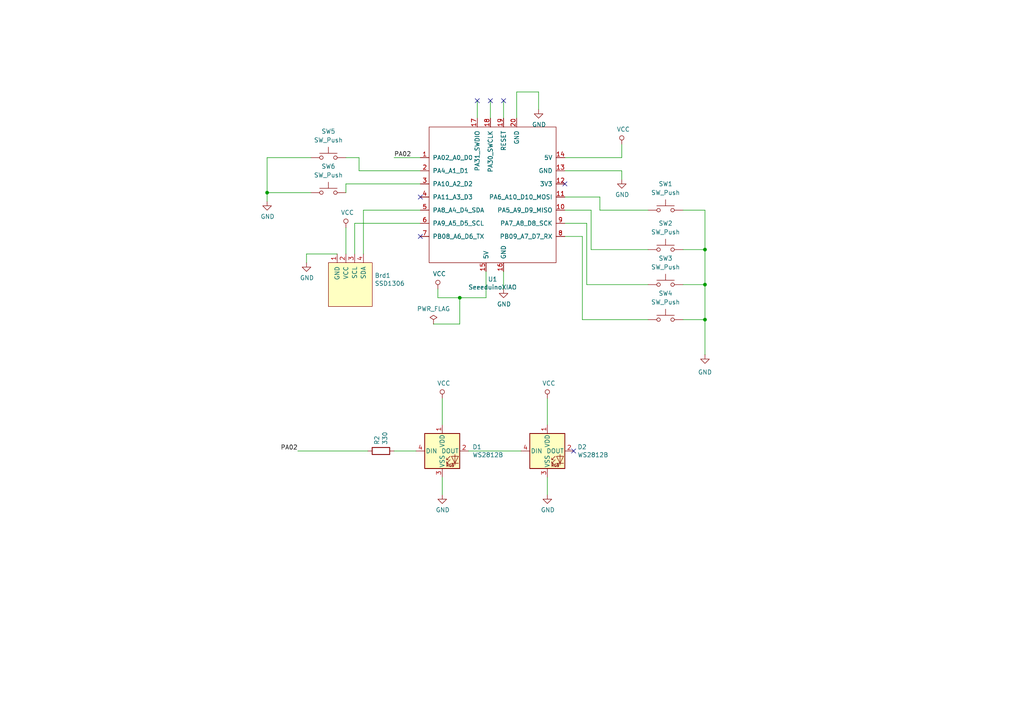
<source format=kicad_sch>
(kicad_sch (version 20231120) (generator "eeschema") (generator_version "8.0")
  (paper "A4")
  (lib_symbols
    (symbol "Device:R" (pin_numbers hide) (pin_names (offset 0))
      (property "Reference" "R" (at 2.032 0 90))
      (property "Value" "R" (at 0 0 90))
      (symbol "R_0_1"
        (rectangle (start -1.016 -2.54) (end 1.016 2.54) (stroke (width 0.254)))
      )
      (symbol "R_1_1"
        (pin passive line (at 0 3.81 270) (length 1.27) (name "~") (number "1"))
        (pin passive line (at 0 -3.81 90) (length 1.27) (name "~") (number "2"))
      )
    )
    (symbol "LED:WS2812B" (pin_names (offset 0.254))
      (property "Reference" "D" (at 5.08 5.715 0))
      (property "Value" "WS2812B" (at 1.27 -5.715 0))
      (symbol "WS2812B_0_0"
        (text "RGB" (at 2.286 -4.191 0) (effects (font (size 0.762 0.762))))
      )
      (symbol "WS2812B_0_1"
        (polyline (pts (xy 1.27 -3.556) (xy 1.778 -3.556)))
        (polyline (pts (xy 1.27 -2.54) (xy 1.778 -2.54)))
        (polyline (pts (xy 4.699 -3.556) (xy 2.667 -3.556)))
        (polyline (pts (xy 2.286 -2.54) (xy 1.27 -3.556) (xy 1.27 -3.048)))
        (polyline (pts (xy 2.286 -1.524) (xy 1.27 -2.54) (xy 1.27 -2.032)))
        (polyline (pts (xy 3.683 -1.016) (xy 3.683 -3.556) (xy 3.683 -4.064)))
        (polyline (pts (xy 4.699 -1.524) (xy 2.667 -1.524) (xy 3.683 -3.556) (xy 4.699 -1.524)))
        (rectangle (start 5.08 5.08) (end -5.08 -5.08) (stroke (width 0.254)) (fill (type background)))
      )
      (symbol "WS2812B_1_1"
        (pin power_in line (at 0 7.62 270) (length 2.54) (name "VDD") (number "1"))
        (pin output line (at 7.62 0 180) (length 2.54) (name "DOUT") (number "2"))
        (pin power_in line (at 0 -7.62 90) (length 2.54) (name "VSS") (number "3"))
        (pin input line (at -7.62 0 0) (length 2.54) (name "DIN") (number "4"))
      )
    )
    (symbol "Switch:SW_Push" (pin_numbers hide) (pin_names (offset 1.016) hide)
      (property "Reference" "SW" (at 1.27 2.54 0))
      (property "Value" "SW_Push" (at 0 -1.524 0))
      (symbol "SW_Push_0_1"
        (circle (center -2.032 0) (radius 0.508))
        (polyline (pts (xy 0 1.27) (xy 0 3.048)))
        (polyline (pts (xy 2.54 1.27) (xy -2.54 1.27)))
        (circle (center 2.032 0) (radius 0.508))
        (pin passive line (at -5.08 0 0) (length 2.54) (name "1") (number "1"))
        (pin passive line (at 5.08 0 180) (length 2.54) (name "2") (number "2"))
      )
    )
    (symbol "gopher_pilot_xiao_sw-rescue:GND-power" (power) (pin_names (offset 0))
      (property "Value" "power_GND" (at 0 -3.81 0))
      (symbol "GND-power_0_1"
        (polyline (pts (xy 0 0) (xy 0 -1.27) (xy 1.27 -1.27) (xy 0 -2.54) (xy -1.27 -1.27) (xy 0 -1.27)))
      )
      (symbol "GND-power_1_1"
        (pin power_in line (at 0 0 270) (length 0) hide (name "GND") (number "1"))
      )
    )
    (symbol "gopher_pilot_xiao_sw-rescue:PWR_FLAG-power" (power) (pin_numbers hide) (pin_names (offset 0) hide)
      (property "Value" "power_PWR_FLAG" (at 0 3.81 0))
      (symbol "PWR_FLAG-power_0_0"
        (pin power_out line (at 0 0 90) (length 0) (name "pwr") (number "1"))
      )
      (symbol "PWR_FLAG-power_0_1"
        (polyline (pts (xy 0 0) (xy 0 1.27) (xy -1.016 1.905) (xy 0 2.54) (xy 1.016 1.905) (xy 0 1.27)))
      )
    )
    (symbol "gopher_pilot_xiao_sw-rescue:SSD1306-SSD1306" (pin_names (offset 1.016))
      (property "Reference" "Brd" (at 0 -3.81 0))
      (property "Value" "SSD1306_SSD1306" (at 0 -1.27 0))
      (symbol "SSD1306-SSD1306_0_1"
        (rectangle (start -6.35 6.35) (end 6.35 -6.35) (fill (type background)))
      )
      (symbol "SSD1306-SSD1306_1_1"
        (pin input line (at -3.81 8.89 270) (length 2.54) (name "GND") (number "1"))
        (pin input line (at -1.27 8.89 270) (length 2.54) (name "VCC") (number "2"))
        (pin input line (at 1.27 8.89 270) (length 2.54) (name "SCL") (number "3"))
        (pin input line (at 3.81 8.89 270) (length 2.54) (name "SDA") (number "4"))
      )
    )
    (symbol "gopher_pilot_xiao_sw-rescue:SeeeduinoXIAO-SeedXIAO" (pin_names (offset 1.016))
      (property "Reference" "U" (at -19.05 22.86 0))
      (property "Value" "SeedXIAO_SeeeduinoXIAO" (at -12.7 21.59 0))
      (symbol "SeeeduinoXIAO-SeedXIAO_0_1"
        (rectangle (start -19.05 20.32) (end 17.78 -19.05))
      )
      (symbol "SeeeduinoXIAO-SeedXIAO_1_1"
        (pin unspecified line (at -21.59 11.43 0) (length 2.54) (name "PA02_A0_D0") (number "1"))
        (pin unspecified line (at 20.32 -3.81 180) (length 2.54) (name "PA5_A9_D9_MISO") (number "10"))
        (pin unspecified line (at 20.32 0 180) (length 2.54) (name "PA6_A10_D10_MOSI") (number "11"))
        (pin unspecified line (at 20.32 3.81 180) (length 2.54) (name "3V3") (number "12"))
        (pin unspecified line (at 20.32 7.62 180) (length 2.54) (name "GND") (number "13"))
        (pin unspecified line (at 20.32 11.43 180) (length 2.54) (name "5V") (number "14"))
        (pin input line (at -2.54 -21.59 90) (length 2.54) (name "5V") (number "15"))
        (pin input line (at 2.54 -21.59 90) (length 2.54) (name "GND") (number "16"))
        (pin input line (at -5.08 22.86 270) (length 2.54) (name "PA31_SWDIO") (number "17"))
        (pin input line (at -1.27 22.86 270) (length 2.54) (name "PA30_SWCLK") (number "18"))
        (pin input line (at 2.54 22.86 270) (length 2.54) (name "RESET") (number "19"))
        (pin unspecified line (at -21.59 7.62 0) (length 2.54) (name "PA4_A1_D1") (number "2"))
        (pin input line (at 6.35 22.86 270) (length 2.54) (name "GND") (number "20"))
        (pin unspecified line (at -21.59 3.81 0) (length 2.54) (name "PA10_A2_D2") (number "3"))
        (pin unspecified line (at -21.59 0 0) (length 2.54) (name "PA11_A3_D3") (number "4"))
        (pin unspecified line (at -21.59 -3.81 0) (length 2.54) (name "PA8_A4_D4_SDA") (number "5"))
        (pin unspecified line (at -21.59 -7.62 0) (length 2.54) (name "PA9_A5_D5_SCL") (number "6"))
        (pin unspecified line (at -21.59 -11.43 0) (length 2.54) (name "PB08_A6_D6_TX") (number "7"))
        (pin unspecified line (at 20.32 -11.43 180) (length 2.54) (name "PB09_A7_D7_RX") (number "8"))
        (pin unspecified line (at 20.32 -7.62 180) (length 2.54) (name "PA7_A8_D8_SCK") (number "9"))
      )
    )
    (symbol "gopher_pilot_xiao_sw-rescue:VCC-power" (power) (pin_names (offset 0))
      (property "Value" "power_VCC" (at 0 3.81 0))
      (symbol "VCC-power_0_1"
        (polyline (pts (xy 0 0) (xy 0 1.27)))
        (circle (center 0 1.905) (radius 0.635))
      )
      (symbol "VCC-power_1_1"
        (pin power_in line (at 0 0 90) (length 0) hide (name "VCC") (number "1"))
      )
    )
    (symbol "power:GND" (power) (pin_numbers hide) (pin_names (offset 0) hide)
      (property "Value" "GND" (at 0 -3.81 0))
      (symbol "GND_0_1"
        (polyline (pts (xy 0 0) (xy 0 -1.27) (xy 1.27 -1.27) (xy 0 -2.54) (xy -1.27 -1.27) (xy 0 -1.27)))
      )
      (symbol "GND_1_1"
        (pin power_in line (at 0 0 270) (length 0) (name "~") (number "1"))
      )
    )
  )
  (junction (at 204.47 92.71))
  (junction (at 77.47 55.88))
  (junction (at 204.47 72.39))
  (junction (at 204.47 82.55))
  (junction (at 133.35 86.36))
  (no_connect (at 146.05 29.21))
  (no_connect (at 121.92 68.58))
  (no_connect (at 121.92 57.15))
  (no_connect (at 138.43 29.21))
  (no_connect (at 166.37 130.81))
  (no_connect (at 142.24 29.21))
  (no_connect (at 163.83 53.34))
  (wire (pts (xy 163.83 49.53) (xy 180.34 49.53)))
  (wire (pts (xy 163.83 64.77) (xy 170.18 64.77)))
  (wire (pts (xy 171.45 72.39) (xy 187.96 72.39)))
  (wire (pts (xy 121.92 45.72) (xy 114.3 45.72)))
  (wire (pts (xy 198.12 60.96) (xy 204.47 60.96)))
  (wire (pts (xy 104.14 49.53) (xy 104.14 45.72)))
  (wire (pts (xy 180.34 49.53) (xy 180.34 52.07)))
  (wire (pts (xy 158.75 115.57) (xy 158.75 123.19)))
  (wire (pts (xy 158.75 138.43) (xy 158.75 143.51)))
  (wire (pts (xy 163.83 60.96) (xy 171.45 60.96)))
  (wire (pts (xy 156.21 26.67) (xy 156.21 31.75)))
  (wire (pts (xy 198.12 92.71) (xy 204.47 92.71)))
  (wire (pts (xy 128.27 138.43) (xy 128.27 143.51)))
  (wire (pts (xy 121.92 53.34) (xy 100.33 53.34)))
  (wire (pts (xy 146.05 78.74) (xy 146.05 83.82)))
  (wire (pts (xy 133.35 93.98) (xy 133.35 86.36)))
  (wire (pts (xy 138.43 29.21) (xy 138.43 34.29)))
  (wire (pts (xy 100.33 66.04) (xy 100.33 73.66)))
  (wire (pts (xy 149.86 34.29) (xy 149.86 26.67)))
  (wire (pts (xy 204.47 72.39) (xy 204.47 82.55)))
  (wire (pts (xy 104.14 45.72) (xy 100.33 45.72)))
  (wire (pts (xy 171.45 60.96) (xy 171.45 72.39)))
  (wire (pts (xy 149.86 26.67) (xy 156.21 26.67)))
  (wire (pts (xy 90.17 45.72) (xy 77.47 45.72)))
  (wire (pts (xy 88.9 73.66) (xy 97.79 73.66)))
  (wire (pts (xy 114.3 130.81) (xy 120.65 130.81)))
  (wire (pts (xy 140.97 86.36) (xy 140.97 78.74)))
  (wire (pts (xy 100.33 53.34) (xy 100.33 55.88)))
  (wire (pts (xy 168.91 92.71) (xy 187.96 92.71)))
  (wire (pts (xy 198.12 72.39) (xy 204.47 72.39)))
  (wire (pts (xy 204.47 92.71) (xy 204.47 102.87)))
  (wire (pts (xy 163.83 57.15) (xy 173.99 57.15)))
  (wire (pts (xy 163.83 68.58) (xy 168.91 68.58)))
  (wire (pts (xy 121.92 64.77) (xy 102.87 64.77)))
  (wire (pts (xy 77.47 55.88) (xy 90.17 55.88)))
  (wire (pts (xy 198.12 82.55) (xy 204.47 82.55)))
  (wire (pts (xy 86.36 130.81) (xy 106.68 130.81)))
  (wire (pts (xy 163.83 45.72) (xy 180.34 45.72)))
  (wire (pts (xy 170.18 82.55) (xy 187.96 82.55)))
  (wire (pts (xy 127 86.36) (xy 133.35 86.36)))
  (wire (pts (xy 133.35 86.36) (xy 140.97 86.36)))
  (wire (pts (xy 142.24 29.21) (xy 142.24 34.29)))
  (wire (pts (xy 204.47 60.96) (xy 204.47 72.39)))
  (wire (pts (xy 173.99 57.15) (xy 173.99 60.96)))
  (wire (pts (xy 125.73 93.98) (xy 133.35 93.98)))
  (wire (pts (xy 135.89 130.81) (xy 151.13 130.81)))
  (wire (pts (xy 102.87 64.77) (xy 102.87 73.66)))
  (wire (pts (xy 127 83.82) (xy 127 86.36)))
  (wire (pts (xy 180.34 45.72) (xy 180.34 41.91)))
  (wire (pts (xy 121.92 60.96) (xy 105.41 60.96)))
  (wire (pts (xy 121.92 49.53) (xy 104.14 49.53)))
  (wire (pts (xy 173.99 60.96) (xy 187.96 60.96)))
  (wire (pts (xy 204.47 82.55) (xy 204.47 92.71)))
  (wire (pts (xy 146.05 29.21) (xy 146.05 34.29)))
  (wire (pts (xy 77.47 55.88) (xy 77.47 58.42)))
  (wire (pts (xy 168.91 68.58) (xy 168.91 92.71)))
  (wire (pts (xy 88.9 73.66) (xy 88.9 76.2)))
  (wire (pts (xy 77.47 45.72) (xy 77.47 55.88)))
  (wire (pts (xy 105.41 60.96) (xy 105.41 73.66)))
  (wire (pts (xy 128.27 115.57) (xy 128.27 123.19)))
  (wire (pts (xy 170.18 64.77) (xy 170.18 82.55)))
  (label "PA02" (at 114.3 45.72 0))
  (label "PA02" (at 86.36 130.81 180))
  (symbol (lib_id "LED:WS2812B") (at 128.27 130.81 0) (unit 1)
    (property "Reference" "D1" (at 137.0076 129.6416 0) (effects (justify left)))
    (property "Value" "WS2812B" (at 137.0076 131.953 0) (effects (justify left)))
    (property "Footprint" "LED_SMD:LED_WS2812B_PLCC4_5.0x5.0mm_P3.2mm" (effects (hide yes)))
    (property "Datasheet" "https://cdn-shop.adafruit.com/datasheets/WS2812B.pdf" (effects (hide yes)))
  )
  (symbol (lib_id "LED:WS2812B") (at 158.75 130.81 0) (unit 1)
    (property "Reference" "D2" (at 167.4876 129.6416 0) (effects (justify left)))
    (property "Value" "WS2812B" (at 167.4876 131.953 0) (effects (justify left)))
    (property "Footprint" "LED_SMD:LED_WS2812B_PLCC4_5.0x5.0mm_P3.2mm" (effects (hide yes)))
    (property "Datasheet" "https://cdn-shop.adafruit.com/datasheets/WS2812B.pdf" (effects (hide yes)))
  )
  (symbol (lib_id "Device:R") (at 110.49 130.81 90) (unit 1)
    (property "Reference" "R2" (at 109.3216 129.032 0) (effects (justify left)))
    (property "Value" "330" (at 111.633 129.032 0) (effects (justify left)))
    (property "Footprint" "Resistor_SMD:R_0805_2012Metric" (effects (hide yes)))
  )
  (symbol (lib_id "gopher_pilot_xiao_sw-rescue:VCC-power") (at 128.27 115.57 0) (unit 1)
    (property "Reference" "#PWR01" (effects (hide yes)))
    (property "Value" "VCC" (at 128.7018 111.1758 0))
  )
  (symbol (lib_id "gopher_pilot_xiao_sw-rescue:VCC-power") (at 158.75 115.57 0) (unit 1)
    (property "Reference" "#PWR011" (effects (hide yes)))
    (property "Value" "VCC" (at 159.1818 111.1758 0))
  )
  (symbol (lib_id "gopher_pilot_xiao_sw-rescue:GND-power") (at 128.27 143.51 0) (unit 1)
    (property "Reference" "#PWR08" (effects (hide yes)))
    (property "Value" "GND" (at 128.397 147.9042 0))
  )
  (symbol (lib_id "gopher_pilot_xiao_sw-rescue:GND-power") (at 158.75 143.51 0) (unit 1)
    (property "Reference" "#PWR012" (effects (hide yes)))
    (property "Value" "GND" (at 158.877 147.9042 0))
  )
  (symbol (lib_id "gopher_pilot_xiao_sw-rescue:SeeeduinoXIAO-SeedXIAO") (at 143.51 57.15 0) (unit 1)
    (property "Reference" "U1" (at 142.875 81.0006 0))
    (property "Value" "SeeeduinoXIAO" (at 142.875 83.312 0))
    (property "Footprint" "XIAO:Seeeduino XIAO-MOUDLE14P-2.54-21X17.8MM_PinSocket" (effects (hide yes)))
  )
  (symbol (lib_id "gopher_pilot_xiao_sw-rescue:VCC-power") (at 127 83.82 0) (unit 1)
    (property "Reference" "#PWR02" (effects (hide yes)))
    (property "Value" "VCC" (at 127.4318 79.4258 0))
  )
  (symbol (lib_id "gopher_pilot_xiao_sw-rescue:SSD1306-SSD1306") (at 101.6 82.55 0) (unit 1)
    (property "Reference" "Brd1" (at 108.6612 79.9084 0) (effects (justify left)))
    (property "Value" "SSD1306" (at 108.6612 82.2198 0) (effects (justify left)))
    (property "Footprint" "XIAO:128x64OLED" (effects (hide yes)))
  )
  (symbol (lib_id "gopher_pilot_xiao_sw-rescue:GND-power") (at 146.05 83.82 0) (unit 1)
    (property "Reference" "#PWR03" (effects (hide yes)))
    (property "Value" "GND" (at 146.177 88.2142 0))
  )
  (symbol (lib_id "gopher_pilot_xiao_sw-rescue:VCC-power") (at 180.34 41.91 0) (unit 1)
    (property "Reference" "#PWR0102" (effects (hide yes)))
    (property "Value" "VCC" (at 180.7718 37.5158 0))
  )
  (symbol (lib_id "gopher_pilot_xiao_sw-rescue:GND-power") (at 180.34 52.07 0) (unit 1)
    (property "Reference" "#PWR0103" (effects (hide yes)))
    (property "Value" "GND" (at 180.467 56.4642 0))
  )
  (symbol (lib_id "gopher_pilot_xiao_sw-rescue:GND-power") (at 88.9 76.2 0) (unit 1)
    (property "Reference" "#PWR0104" (effects (hide yes)))
    (property "Value" "GND" (at 89.027 80.5942 0))
  )
  (symbol (lib_id "gopher_pilot_xiao_sw-rescue:VCC-power") (at 100.33 66.04 0) (unit 1)
    (property "Reference" "#PWR0105" (effects (hide yes)))
    (property "Value" "VCC" (at 100.7618 61.6458 0))
  )
  (symbol (lib_id "gopher_pilot_xiao_sw-rescue:PWR_FLAG-power") (at 125.73 93.98 0) (unit 1)
    (property "Reference" "#FLG0101" (effects (hide yes)))
    (property "Value" "PWR_FLAG" (at 125.73 89.5858 0))
  )
  (symbol (lib_id "gopher_pilot_xiao_sw-rescue:GND-power") (at 156.21 31.75 0) (unit 1)
    (property "Reference" "#PWR0101" (effects (hide yes)))
    (property "Value" "GND" (at 156.337 36.1442 0))
  )
  (symbol (lib_id "Switch:SW_Push") (at 193.04 92.71 0) (unit 1)
    (property "Reference" "SW4" (at 193.04 85.09 0))
    (property "Value" "SW_Push" (at 193.04 87.63 0))
    (property "Footprint" "Button_Switch_THT:SW_PUSH_6mm_H4.3mm" (effects (hide yes)))
    (property "Description" "Push button switch, generic, two pins" (effects (hide yes)))
  )
  (symbol (lib_id "Switch:SW_Push") (at 95.25 55.88 0) (unit 1)
    (property "Reference" "SW6" (at 95.25 48.26 0))
    (property "Value" "SW_Push" (at 95.25 50.8 0))
    (property "Footprint" "Button_Switch_THT:SW_PUSH_6mm_H4.3mm" (effects (hide yes)))
    (property "Description" "Push button switch, generic, two pins" (effects (hide yes)))
  )
  (symbol (lib_id "Switch:SW_Push") (at 193.04 60.96 0) (unit 1)
    (property "Reference" "SW1" (at 193.04 53.34 0))
    (property "Value" "SW_Push" (at 193.04 55.88 0))
    (property "Footprint" "Button_Switch_THT:SW_PUSH_6mm_H4.3mm" (effects (hide yes)))
    (property "Description" "Push button switch, generic, two pins" (effects (hide yes)))
  )
  (symbol (lib_id "gopher_pilot_xiao_sw-rescue:GND-power") (at 77.47 58.42 0) (unit 1)
    (property "Reference" "#PWR05" (effects (hide yes)))
    (property "Value" "GND" (at 77.597 62.8142 0))
  )
  (symbol (lib_id "Switch:SW_Push") (at 95.25 45.72 0) (unit 1)
    (property "Reference" "SW5" (at 95.25 38.1 0))
    (property "Value" "SW_Push" (at 95.25 40.64 0))
    (property "Footprint" "Button_Switch_THT:SW_PUSH_6mm_H4.3mm" (effects (hide yes)))
    (property "Description" "Push button switch, generic, two pins" (effects (hide yes)))
  )
  (symbol (lib_id "power:GND") (at 204.47 102.87 0) (unit 1)
    (property "Reference" "#PWR04" (effects (hide yes)))
    (property "Value" "GND" (at 204.47 107.95 0))
    (property "Description" "Power symbol creates a global label with name \"GND\" , ground" (effects (hide yes)))
  )
  (symbol (lib_id "Switch:SW_Push") (at 193.04 82.55 0) (unit 1)
    (property "Reference" "SW3" (at 193.04 74.93 0))
    (property "Value" "SW_Push" (at 193.04 77.47 0))
    (property "Footprint" "Button_Switch_THT:SW_PUSH_6mm_H4.3mm" (effects (hide yes)))
    (property "Description" "Push button switch, generic, two pins" (effects (hide yes)))
  )
  (symbol (lib_id "Switch:SW_Push") (at 193.04 72.39 0) (unit 1)
    (property "Reference" "SW2" (at 193.04 64.77 0))
    (property "Value" "SW_Push" (at 193.04 67.31 0))
    (property "Footprint" "Button_Switch_THT:SW_PUSH_6mm_H4.3mm" (effects (hide yes)))
    (property "Description" "Push button switch, generic, two pins" (effects (hide yes)))
  )
)
</source>
